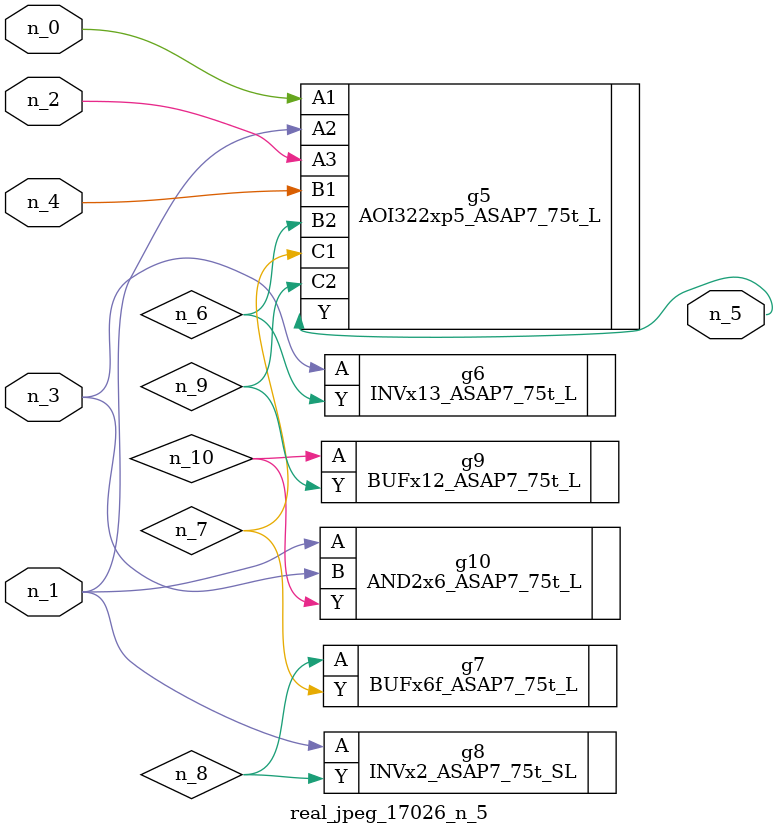
<source format=v>
module real_jpeg_17026_n_5 (n_4, n_0, n_1, n_2, n_3, n_5);

input n_4;
input n_0;
input n_1;
input n_2;
input n_3;

output n_5;

wire n_8;
wire n_6;
wire n_7;
wire n_10;
wire n_9;

AOI322xp5_ASAP7_75t_L g5 ( 
.A1(n_0),
.A2(n_1),
.A3(n_2),
.B1(n_4),
.B2(n_6),
.C1(n_7),
.C2(n_9),
.Y(n_5)
);

INVx2_ASAP7_75t_SL g8 ( 
.A(n_1),
.Y(n_8)
);

AND2x6_ASAP7_75t_L g10 ( 
.A(n_1),
.B(n_3),
.Y(n_10)
);

INVx13_ASAP7_75t_L g6 ( 
.A(n_3),
.Y(n_6)
);

BUFx6f_ASAP7_75t_L g7 ( 
.A(n_8),
.Y(n_7)
);

BUFx12_ASAP7_75t_L g9 ( 
.A(n_10),
.Y(n_9)
);


endmodule
</source>
